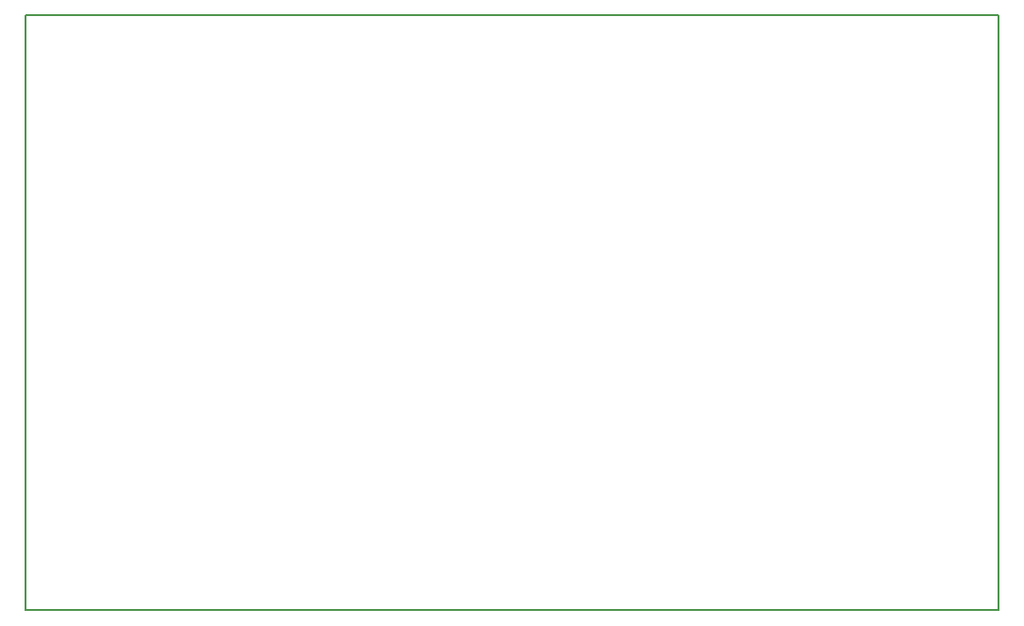
<source format=gbr>
G04 #@! TF.GenerationSoftware,KiCad,Pcbnew,5.1.4-e60b266~84~ubuntu18.04.1*
G04 #@! TF.CreationDate,2019-09-29T15:18:54+04:00*
G04 #@! TF.ProjectId,Julis,4a756c69-732e-46b6-9963-61645f706362,rev?*
G04 #@! TF.SameCoordinates,Original*
G04 #@! TF.FileFunction,Profile,NP*
%FSLAX46Y46*%
G04 Gerber Fmt 4.6, Leading zero omitted, Abs format (unit mm)*
G04 Created by KiCad (PCBNEW 5.1.4-e60b266~84~ubuntu18.04.1) date 2019-09-29 15:18:54*
%MOMM*%
%LPD*%
G04 APERTURE LIST*
%ADD10C,0.150000*%
G04 APERTURE END LIST*
D10*
X126250000Y-73025000D02*
X126250000Y-126365000D01*
X213500000Y-126365000D02*
X213500000Y-73025000D01*
X126250000Y-126365000D02*
X213500000Y-126365000D01*
X213500000Y-73025000D02*
X126250000Y-73025000D01*
M02*

</source>
